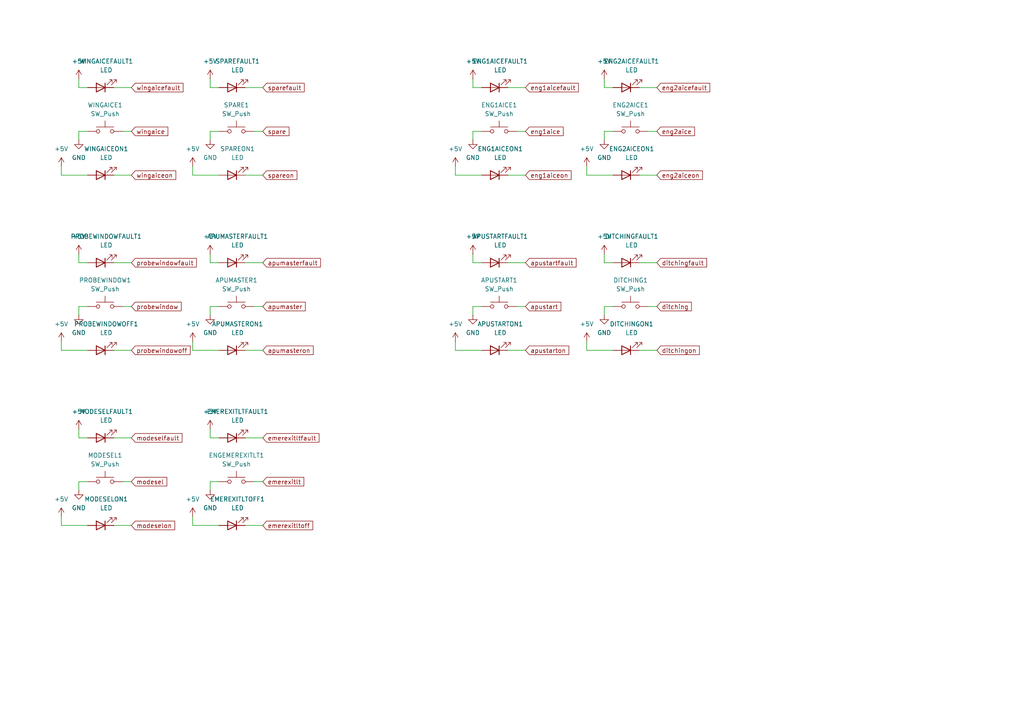
<source format=kicad_sch>
(kicad_sch (version 20231120) (generator "eeschema") (generator_version "8.0")
  (paper "A4")
  (lib_symbols
    (symbol "Device:LED" (pin_numbers hide) (pin_names (offset 1.016) hide)
      (property "Reference" "D" (at 0 2.54 0))
      (property "Value" "LED" (at 0 -2.54 0))
      (symbol "LED_0_1"
        (polyline (pts (xy -1.27 -1.27) (xy -1.27 1.27)) (stroke (width 0.254)))
        (polyline (pts (xy -1.27 0) (xy 1.27 0)))
        (polyline (pts (xy 1.27 -1.27) (xy 1.27 1.27) (xy -1.27 0) (xy 1.27 -1.27)) (stroke (width 0.254)))
        (polyline (pts (xy -3.048 -0.762) (xy -4.572 -2.286) (xy -3.81 -2.286) (xy -4.572 -2.286) (xy -4.572 -1.524)))
        (polyline (pts (xy -1.778 -0.762) (xy -3.302 -2.286) (xy -2.54 -2.286) (xy -3.302 -2.286) (xy -3.302 -1.524)))
      )
      (symbol "LED_1_1"
        (pin passive line (at -3.81 0 0) (length 2.54) (name "K") (number "1"))
        (pin passive line (at 3.81 0 180) (length 2.54) (name "A") (number "2"))
      )
    )
    (symbol "Switch:SW_Push" (pin_numbers hide) (pin_names (offset 1.016) hide)
      (property "Reference" "SW" (at 1.27 2.54 0))
      (property "Value" "SW_Push" (at 0 -1.524 0))
      (symbol "SW_Push_0_1"
        (circle (center -2.032 0) (radius 0.508))
        (polyline (pts (xy 0 1.27) (xy 0 3.048)))
        (polyline (pts (xy 2.54 1.27) (xy -2.54 1.27)))
        (circle (center 2.032 0) (radius 0.508))
        (pin passive line (at -5.08 0 0) (length 2.54) (name "1") (number "1"))
        (pin passive line (at 5.08 0 180) (length 2.54) (name "2") (number "2"))
      )
    )
    (symbol "power:+5V" (power) (pin_numbers hide) (pin_names (offset 0) hide)
      (property "Value" "+5V" (at 0 3.556 0))
      (symbol "+5V_0_1"
        (polyline (pts (xy -0.762 1.27) (xy 0 2.54)))
        (polyline (pts (xy 0 0) (xy 0 2.54)))
        (polyline (pts (xy 0 2.54) (xy 0.762 1.27)))
      )
      (symbol "+5V_1_1"
        (pin power_in line (at 0 0 90) (length 0) (name "~") (number "1"))
      )
    )
    (symbol "power:GND" (power) (pin_numbers hide) (pin_names (offset 0) hide)
      (property "Value" "GND" (at 0 -3.81 0))
      (symbol "GND_0_1"
        (polyline (pts (xy 0 0) (xy 0 -1.27) (xy 1.27 -1.27) (xy 0 -2.54) (xy -1.27 -1.27) (xy 0 -1.27)))
      )
      (symbol "GND_1_1"
        (pin power_in line (at 0 0 270) (length 0) (name "~") (number "1"))
      )
    )
  )
  (wire (pts (xy 60.96 88.9) (xy 60.96 91.44)))
  (wire (pts (xy 73.66 88.9) (xy 76.2 88.9)))
  (wire (pts (xy 137.16 25.4) (xy 137.16 22.86)))
  (wire (pts (xy 71.12 25.4) (xy 76.2 25.4)))
  (wire (pts (xy 147.32 25.4) (xy 152.4 25.4)))
  (wire (pts (xy 185.42 76.2) (xy 190.5 76.2)))
  (wire (pts (xy 25.4 139.7) (xy 22.86 139.7)))
  (wire (pts (xy 185.42 101.6) (xy 190.5 101.6)))
  (wire (pts (xy 139.7 50.8) (xy 132.08 50.8)))
  (wire (pts (xy 147.32 50.8) (xy 152.4 50.8)))
  (wire (pts (xy 132.08 50.8) (xy 132.08 48.26)))
  (wire (pts (xy 25.4 88.9) (xy 22.86 88.9)))
  (wire (pts (xy 63.5 152.4) (xy 55.88 152.4)))
  (wire (pts (xy 35.56 38.1) (xy 38.1 38.1)))
  (wire (pts (xy 17.78 101.6) (xy 17.78 99.06)))
  (wire (pts (xy 185.42 50.8) (xy 190.5 50.8)))
  (wire (pts (xy 71.12 152.4) (xy 76.2 152.4)))
  (wire (pts (xy 25.4 25.4) (xy 22.86 25.4)))
  (wire (pts (xy 71.12 50.8) (xy 76.2 50.8)))
  (wire (pts (xy 71.12 76.2) (xy 76.2 76.2)))
  (wire (pts (xy 55.88 50.8) (xy 55.88 48.26)))
  (wire (pts (xy 175.26 88.9) (xy 175.26 91.44)))
  (wire (pts (xy 55.88 101.6) (xy 55.88 99.06)))
  (wire (pts (xy 22.86 88.9) (xy 22.86 91.44)))
  (wire (pts (xy 137.16 38.1) (xy 137.16 40.64)))
  (wire (pts (xy 185.42 25.4) (xy 190.5 25.4)))
  (wire (pts (xy 187.96 38.1) (xy 190.5 38.1)))
  (wire (pts (xy 33.02 152.4) (xy 38.1 152.4)))
  (wire (pts (xy 147.32 76.2) (xy 152.4 76.2)))
  (wire (pts (xy 22.86 139.7) (xy 22.86 142.24)))
  (wire (pts (xy 33.02 127) (xy 38.1 127)))
  (wire (pts (xy 63.5 101.6) (xy 55.88 101.6)))
  (wire (pts (xy 149.86 38.1) (xy 152.4 38.1)))
  (wire (pts (xy 139.7 25.4) (xy 137.16 25.4)))
  (wire (pts (xy 35.56 139.7) (xy 38.1 139.7)))
  (wire (pts (xy 137.16 76.2) (xy 137.16 73.66)))
  (wire (pts (xy 60.96 25.4) (xy 60.96 22.86)))
  (wire (pts (xy 139.7 76.2) (xy 137.16 76.2)))
  (wire (pts (xy 33.02 76.2) (xy 38.1 76.2)))
  (wire (pts (xy 170.18 50.8) (xy 170.18 48.26)))
  (wire (pts (xy 175.26 76.2) (xy 175.26 73.66)))
  (wire (pts (xy 25.4 50.8) (xy 17.78 50.8)))
  (wire (pts (xy 60.96 38.1) (xy 60.96 40.64)))
  (wire (pts (xy 25.4 38.1) (xy 22.86 38.1)))
  (wire (pts (xy 187.96 88.9) (xy 190.5 88.9)))
  (wire (pts (xy 73.66 139.7) (xy 76.2 139.7)))
  (wire (pts (xy 177.8 76.2) (xy 175.26 76.2)))
  (wire (pts (xy 177.8 101.6) (xy 170.18 101.6)))
  (wire (pts (xy 175.26 25.4) (xy 175.26 22.86)))
  (wire (pts (xy 177.8 88.9) (xy 175.26 88.9)))
  (wire (pts (xy 63.5 88.9) (xy 60.96 88.9)))
  (wire (pts (xy 63.5 50.8) (xy 55.88 50.8)))
  (wire (pts (xy 177.8 38.1) (xy 175.26 38.1)))
  (wire (pts (xy 175.26 38.1) (xy 175.26 40.64)))
  (wire (pts (xy 25.4 127) (xy 22.86 127)))
  (wire (pts (xy 33.02 101.6) (xy 38.1 101.6)))
  (wire (pts (xy 22.86 25.4) (xy 22.86 22.86)))
  (wire (pts (xy 147.32 101.6) (xy 152.4 101.6)))
  (wire (pts (xy 63.5 38.1) (xy 60.96 38.1)))
  (wire (pts (xy 63.5 127) (xy 60.96 127)))
  (wire (pts (xy 25.4 152.4) (xy 17.78 152.4)))
  (wire (pts (xy 35.56 88.9) (xy 38.1 88.9)))
  (wire (pts (xy 60.96 76.2) (xy 60.96 73.66)))
  (wire (pts (xy 139.7 88.9) (xy 137.16 88.9)))
  (wire (pts (xy 63.5 76.2) (xy 60.96 76.2)))
  (wire (pts (xy 22.86 76.2) (xy 22.86 73.66)))
  (wire (pts (xy 149.86 88.9) (xy 152.4 88.9)))
  (wire (pts (xy 22.86 127) (xy 22.86 124.46)))
  (wire (pts (xy 132.08 101.6) (xy 132.08 99.06)))
  (wire (pts (xy 33.02 50.8) (xy 38.1 50.8)))
  (wire (pts (xy 33.02 25.4) (xy 38.1 25.4)))
  (wire (pts (xy 25.4 76.2) (xy 22.86 76.2)))
  (wire (pts (xy 177.8 25.4) (xy 175.26 25.4)))
  (wire (pts (xy 17.78 50.8) (xy 17.78 48.26)))
  (wire (pts (xy 60.96 139.7) (xy 60.96 142.24)))
  (wire (pts (xy 139.7 38.1) (xy 137.16 38.1)))
  (wire (pts (xy 139.7 101.6) (xy 132.08 101.6)))
  (wire (pts (xy 60.96 127) (xy 60.96 124.46)))
  (wire (pts (xy 25.4 101.6) (xy 17.78 101.6)))
  (wire (pts (xy 71.12 101.6) (xy 76.2 101.6)))
  (wire (pts (xy 71.12 127) (xy 76.2 127)))
  (wire (pts (xy 55.88 152.4) (xy 55.88 149.86)))
  (wire (pts (xy 177.8 50.8) (xy 170.18 50.8)))
  (wire (pts (xy 17.78 152.4) (xy 17.78 149.86)))
  (wire (pts (xy 73.66 38.1) (xy 76.2 38.1)))
  (wire (pts (xy 137.16 88.9) (xy 137.16 91.44)))
  (wire (pts (xy 22.86 38.1) (xy 22.86 40.64)))
  (wire (pts (xy 63.5 25.4) (xy 60.96 25.4)))
  (wire (pts (xy 63.5 139.7) (xy 60.96 139.7)))
  (wire (pts (xy 170.18 101.6) (xy 170.18 99.06)))
  (global_label "wingaicefault" (shape input) (at 38.1 25.4 0) (property "Intersheetrefs" "${INTERSHEET_REFS}" (effects (hide yes))))
  (global_label "ditchingon" (shape input) (at 190.5 101.6 0) (property "Intersheetrefs" "${INTERSHEET_REFS}" (effects (hide yes))))
  (global_label "modeselfault" (shape input) (at 38.1 127 0) (property "Intersheetrefs" "${INTERSHEET_REFS}" (effects (hide yes))))
  (global_label "eng1aicefault" (shape input) (at 152.4 25.4 0) (property "Intersheetrefs" "${INTERSHEET_REFS}" (effects (hide yes))))
  (global_label "sparefault" (shape input) (at 76.2 25.4 0) (property "Intersheetrefs" "${INTERSHEET_REFS}" (effects (hide yes))))
  (global_label "emerexitlt" (shape input) (at 76.2 139.7 0) (property "Intersheetrefs" "${INTERSHEET_REFS}" (effects (hide yes))))
  (global_label "ditchingfault" (shape input) (at 190.5 76.2 0) (property "Intersheetrefs" "${INTERSHEET_REFS}" (effects (hide yes))))
  (global_label "modesel" (shape input) (at 38.1 139.7 0) (property "Intersheetrefs" "${INTERSHEET_REFS}" (effects (hide yes))))
  (global_label "eng2aice" (shape input) (at 190.5 38.1 0) (property "Intersheetrefs" "${INTERSHEET_REFS}" (effects (hide yes))))
  (global_label "spareon" (shape input) (at 76.2 50.8 0) (property "Intersheetrefs" "${INTERSHEET_REFS}" (effects (hide yes))))
  (global_label "probewindowfault" (shape input) (at 38.1 76.2 0) (property "Intersheetrefs" "${INTERSHEET_REFS}" (effects (hide yes))))
  (global_label "apumasteron" (shape input) (at 76.2 101.6 0) (property "Intersheetrefs" "${INTERSHEET_REFS}" (effects (hide yes))))
  (global_label "eng2aiceon" (shape input) (at 190.5 50.8 0) (property "Intersheetrefs" "${INTERSHEET_REFS}" (effects (hide yes))))
  (global_label "apustart" (shape input) (at 152.4 88.9 0) (property "Intersheetrefs" "${INTERSHEET_REFS}" (effects (hide yes))))
  (global_label "wingaice" (shape input) (at 38.1 38.1 0) (property "Intersheetrefs" "${INTERSHEET_REFS}" (effects (hide yes))))
  (global_label "spare" (shape input) (at 76.2 38.1 0) (property "Intersheetrefs" "${INTERSHEET_REFS}" (effects (hide yes))))
  (global_label "eng2aicefault" (shape input) (at 190.5 25.4 0) (property "Intersheetrefs" "${INTERSHEET_REFS}" (effects (hide yes))))
  (global_label "apustarton" (shape input) (at 152.4 101.6 0) (property "Intersheetrefs" "${INTERSHEET_REFS}" (effects (hide yes))))
  (global_label "apumaster" (shape input) (at 76.2 88.9 0) (property "Intersheetrefs" "${INTERSHEET_REFS}" (effects (hide yes))))
  (global_label "emerexitltoff" (shape input) (at 76.2 152.4 0) (property "Intersheetrefs" "${INTERSHEET_REFS}" (effects (hide yes))))
  (global_label "wingaiceon" (shape input) (at 38.1 50.8 0) (property "Intersheetrefs" "${INTERSHEET_REFS}" (effects (hide yes))))
  (global_label "eng1aice" (shape input) (at 152.4 38.1 0) (property "Intersheetrefs" "${INTERSHEET_REFS}" (effects (hide yes))))
  (global_label "probewindow" (shape input) (at 38.1 88.9 0) (property "Intersheetrefs" "${INTERSHEET_REFS}" (effects (hide yes))))
  (global_label "apustartfault" (shape input) (at 152.4 76.2 0) (property "Intersheetrefs" "${INTERSHEET_REFS}" (effects (hide yes))))
  (global_label "emerexitltfault" (shape input) (at 76.2 127 0) (property "Intersheetrefs" "${INTERSHEET_REFS}" (effects (hide yes))))
  (global_label "probewindowoff" (shape input) (at 38.1 101.6 0) (property "Intersheetrefs" "${INTERSHEET_REFS}" (effects (hide yes))))
  (global_label "modeselon" (shape input) (at 38.1 152.4 0) (property "Intersheetrefs" "${INTERSHEET_REFS}" (effects (hide yes))))
  (global_label "eng1aiceon" (shape input) (at 152.4 50.8 0) (property "Intersheetrefs" "${INTERSHEET_REFS}" (effects (hide yes))))
  (global_label "ditching" (shape input) (at 190.5 88.9 0) (property "Intersheetrefs" "${INTERSHEET_REFS}" (effects (hide yes))))
  (global_label "apumasterfault" (shape input) (at 76.2 76.2 0) (property "Intersheetrefs" "${INTERSHEET_REFS}" (effects (hide yes))))
  (symbol (lib_id "Device:LED") (at 29.21 76.2 180) (unit 1) (on_board no)
    (property "Reference" "PROBEWINDOWFAULT1" (at 30.7975 68.58 0))
    (property "Value" "LED" (at 30.7975 71.12 0))
    (property "Description" "Light emitting diode" (effects (hide yes)))
  )
  (symbol (lib_id "Device:LED") (at 143.51 76.2 180) (unit 1) (on_board no)
    (property "Reference" "APUSTARTFAULT1" (at 145.0975 68.58 0))
    (property "Value" "LED" (at 145.0975 71.12 0))
    (property "Description" "Light emitting diode" (effects (hide yes)))
  )
  (symbol (lib_id "power:+5V") (at 137.16 22.86 0) (unit 1)
    (property "Reference" "#PWR057" (effects (hide yes)))
    (property "Value" "+5V" (at 137.16 17.78 0))
    (property "Description" "Power symbol creates a global label with name \"+5V\"" (effects (hide yes)))
  )
  (symbol (lib_id "Device:LED") (at 67.31 76.2 180) (unit 1) (on_board no)
    (property "Reference" "APUMASTERFAULT1" (at 68.8975 68.58 0))
    (property "Value" "LED" (at 68.8975 71.12 0))
    (property "Description" "Light emitting diode" (effects (hide yes)))
  )
  (symbol (lib_id "Device:LED") (at 29.21 152.4 180) (unit 1) (on_board no)
    (property "Reference" "MODESELON1" (at 30.7975 144.78 0))
    (property "Value" "LED" (at 30.7975 147.32 0))
    (property "Description" "Light emitting diode" (effects (hide yes)))
  )
  (symbol (lib_id "Device:LED") (at 29.21 127 180) (unit 1) (on_board no)
    (property "Reference" "MODESELFAULT1" (at 30.7975 119.38 0))
    (property "Value" "LED" (at 30.7975 121.92 0))
    (property "Description" "Light emitting diode" (effects (hide yes)))
  )
  (symbol (lib_id "power:+5V") (at 60.96 124.46 0) (unit 1)
    (property "Reference" "#PWR053" (effects (hide yes)))
    (property "Value" "+5V" (at 60.96 119.38 0))
    (property "Description" "Power symbol creates a global label with name \"+5V\"" (effects (hide yes)))
  )
  (symbol (lib_id "Device:LED") (at 67.31 101.6 180) (unit 1) (on_board no)
    (property "Reference" "APUMASTERON1" (at 68.8975 93.98 0))
    (property "Value" "LED" (at 68.8975 96.52 0))
    (property "Description" "Light emitting diode" (effects (hide yes)))
  )
  (symbol (lib_id "power:+5V") (at 17.78 48.26 0) (unit 1)
    (property "Reference" "#PWR037" (effects (hide yes)))
    (property "Value" "+5V" (at 17.78 43.18 0))
    (property "Description" "Power symbol creates a global label with name \"+5V\"" (effects (hide yes)))
  )
  (symbol (lib_id "power:GND") (at 22.86 40.64 0) (unit 1)
    (property "Reference" "#PWR041" (effects (hide yes)))
    (property "Value" "GND" (at 22.86 45.72 0))
    (property "Description" "Power symbol creates a global label with name \"GND\" , ground" (effects (hide yes)))
  )
  (symbol (lib_id "power:+5V") (at 22.86 124.46 0) (unit 1)
    (property "Reference" "#PWR044" (effects (hide yes)))
    (property "Value" "+5V" (at 22.86 119.38 0))
    (property "Description" "Power symbol creates a global label with name \"+5V\"" (effects (hide yes)))
  )
  (symbol (lib_id "Device:LED") (at 143.51 50.8 180) (unit 1) (on_board no)
    (property "Reference" "ENG1AICEON1" (at 145.0975 43.18 0))
    (property "Value" "LED" (at 145.0975 45.72 0))
    (property "Description" "Light emitting diode" (effects (hide yes)))
  )
  (symbol (lib_id "power:+5V") (at 55.88 99.06 0) (unit 1)
    (property "Reference" "#PWR047" (effects (hide yes)))
    (property "Value" "+5V" (at 55.88 93.98 0))
    (property "Description" "Power symbol creates a global label with name \"+5V\"" (effects (hide yes)))
  )
  (symbol (lib_id "power:+5V") (at 60.96 22.86 0) (unit 1)
    (property "Reference" "#PWR049" (effects (hide yes)))
    (property "Value" "+5V" (at 60.96 17.78 0))
    (property "Description" "Power symbol creates a global label with name \"+5V\"" (effects (hide yes)))
  )
  (symbol (lib_id "Switch:SW_Push") (at 182.88 38.1 0) (unit 1) (on_board no)
    (property "Reference" "ENG2AICE1" (at 182.88 30.48 0))
    (property "Value" "SW_Push" (at 182.88 33.02 0))
    (property "Description" "Push button switch, generic, two pins" (effects (hide yes)))
  )
  (symbol (lib_id "power:GND") (at 22.86 91.44 0) (unit 1)
    (property "Reference" "#PWR043" (effects (hide yes)))
    (property "Value" "GND" (at 22.86 96.52 0))
    (property "Description" "Power symbol creates a global label with name \"GND\" , ground" (effects (hide yes)))
  )
  (symbol (lib_id "power:GND") (at 137.16 91.44 0) (unit 1)
    (property "Reference" "#PWR060" (effects (hide yes)))
    (property "Value" "GND" (at 137.16 96.52 0))
    (property "Description" "Power symbol creates a global label with name \"GND\" , ground" (effects (hide yes)))
  )
  (symbol (lib_id "power:GND") (at 22.86 142.24 0) (unit 1)
    (property "Reference" "#PWR045" (effects (hide yes)))
    (property "Value" "GND" (at 22.86 147.32 0))
    (property "Description" "Power symbol creates a global label with name \"GND\" , ground" (effects (hide yes)))
  )
  (symbol (lib_id "Device:LED") (at 29.21 25.4 180) (unit 1) (on_board no)
    (property "Reference" "WINGAICEFAULT1" (at 30.7975 17.78 0))
    (property "Value" "LED" (at 30.7975 20.32 0))
    (property "Description" "Light emitting diode" (effects (hide yes)))
  )
  (symbol (lib_id "Switch:SW_Push") (at 144.78 38.1 0) (unit 1) (on_board no)
    (property "Reference" "ENG1AICE1" (at 144.78 30.48 0))
    (property "Value" "SW_Push" (at 144.78 33.02 0))
    (property "Description" "Push button switch, generic, two pins" (effects (hide yes)))
  )
  (symbol (lib_id "Switch:SW_Push") (at 182.88 88.9 0) (unit 1) (on_board no)
    (property "Reference" "DITCHING1" (at 182.88 81.28 0))
    (property "Value" "SW_Push" (at 182.88 83.82 0))
    (property "Description" "Push button switch, generic, two pins" (effects (hide yes)))
  )
  (symbol (lib_id "power:GND") (at 60.96 40.64 0) (unit 1)
    (property "Reference" "#PWR050" (effects (hide yes)))
    (property "Value" "GND" (at 60.96 45.72 0))
    (property "Description" "Power symbol creates a global label with name \"GND\" , ground" (effects (hide yes)))
  )
  (symbol (lib_id "power:+5V") (at 175.26 22.86 0) (unit 1)
    (property "Reference" "#PWR063" (effects (hide yes)))
    (property "Value" "+5V" (at 175.26 17.78 0))
    (property "Description" "Power symbol creates a global label with name \"+5V\"" (effects (hide yes)))
  )
  (symbol (lib_id "power:GND") (at 175.26 40.64 0) (unit 1)
    (property "Reference" "#PWR064" (effects (hide yes)))
    (property "Value" "GND" (at 175.26 45.72 0))
    (property "Description" "Power symbol creates a global label with name \"GND\" , ground" (effects (hide yes)))
  )
  (symbol (lib_id "Device:LED") (at 181.61 76.2 180) (unit 1) (on_board no)
    (property "Reference" "DITCHINGFAULT1" (at 183.1975 68.58 0))
    (property "Value" "LED" (at 183.1975 71.12 0))
    (property "Description" "Light emitting diode" (effects (hide yes)))
  )
  (symbol (lib_id "Device:LED") (at 67.31 25.4 180) (unit 1) (on_board no)
    (property "Reference" "SPAREFAULT1" (at 68.8975 17.78 0))
    (property "Value" "LED" (at 68.8975 20.32 0))
    (property "Description" "Light emitting diode" (effects (hide yes)))
  )
  (symbol (lib_id "power:GND") (at 175.26 91.44 0) (unit 1)
    (property "Reference" "#PWR066" (effects (hide yes)))
    (property "Value" "GND" (at 175.26 96.52 0))
    (property "Description" "Power symbol creates a global label with name \"GND\" , ground" (effects (hide yes)))
  )
  (symbol (lib_id "Device:LED") (at 181.61 25.4 180) (unit 1) (on_board no)
    (property "Reference" "ENG2AICEFAULT1" (at 183.1975 17.78 0))
    (property "Value" "LED" (at 183.1975 20.32 0))
    (property "Description" "Light emitting diode" (effects (hide yes)))
  )
  (symbol (lib_id "power:+5V") (at 22.86 73.66 0) (unit 1)
    (property "Reference" "#PWR042" (effects (hide yes)))
    (property "Value" "+5V" (at 22.86 68.58 0))
    (property "Description" "Power symbol creates a global label with name \"+5V\"" (effects (hide yes)))
  )
  (symbol (lib_id "Switch:SW_Push") (at 144.78 88.9 0) (unit 1) (on_board no)
    (property "Reference" "APUSTART1" (at 144.78 81.28 0))
    (property "Value" "SW_Push" (at 144.78 83.82 0))
    (property "Description" "Push button switch, generic, two pins" (effects (hide yes)))
  )
  (symbol (lib_id "power:+5V") (at 17.78 99.06 0) (unit 1)
    (property "Reference" "#PWR038" (effects (hide yes)))
    (property "Value" "+5V" (at 17.78 93.98 0))
    (property "Description" "Power symbol creates a global label with name \"+5V\"" (effects (hide yes)))
  )
  (symbol (lib_id "Switch:SW_Push") (at 30.48 38.1 0) (unit 1) (on_board no)
    (property "Reference" "WINGAICE1" (at 30.48 30.48 0))
    (property "Value" "SW_Push" (at 30.48 33.02 0))
    (property "Description" "Push button switch, generic, two pins" (effects (hide yes)))
  )
  (symbol (lib_id "power:+5V") (at 17.78 149.86 0) (unit 1)
    (property "Reference" "#PWR039" (effects (hide yes)))
    (property "Value" "+5V" (at 17.78 144.78 0))
    (property "Description" "Power symbol creates a global label with name \"+5V\"" (effects (hide yes)))
  )
  (symbol (lib_id "power:+5V") (at 22.86 22.86 0) (unit 1)
    (property "Reference" "#PWR040" (effects (hide yes)))
    (property "Value" "+5V" (at 22.86 17.78 0))
    (property "Description" "Power symbol creates a global label with name \"+5V\"" (effects (hide yes)))
  )
  (symbol (lib_id "Device:LED") (at 29.21 50.8 180) (unit 1) (on_board no)
    (property "Reference" "WINGAICEON1" (at 30.7975 43.18 0))
    (property "Value" "LED" (at 30.7975 45.72 0))
    (property "Description" "Light emitting diode" (effects (hide yes)))
  )
  (symbol (lib_id "power:GND") (at 60.96 91.44 0) (unit 1)
    (property "Reference" "#PWR052" (effects (hide yes)))
    (property "Value" "GND" (at 60.96 96.52 0))
    (property "Description" "Power symbol creates a global label with name \"GND\" , ground" (effects (hide yes)))
  )
  (symbol (lib_id "Switch:SW_Push") (at 30.48 88.9 0) (unit 1) (on_board no)
    (property "Reference" "PROBEWINDOW1" (at 30.48 81.28 0))
    (property "Value" "SW_Push" (at 30.48 83.82 0))
    (property "Description" "Push button switch, generic, two pins" (effects (hide yes)))
  )
  (symbol (lib_id "Device:LED") (at 181.61 101.6 180) (unit 1) (on_board no)
    (property "Reference" "DITCHINGON1" (at 183.1975 93.98 0))
    (property "Value" "LED" (at 183.1975 96.52 0))
    (property "Description" "Light emitting diode" (effects (hide yes)))
  )
  (symbol (lib_id "Device:LED") (at 67.31 127 180) (unit 1) (on_board no)
    (property "Reference" "EMEREXITLTFAULT1" (at 68.8975 119.38 0))
    (property "Value" "LED" (at 68.8975 121.92 0))
    (property "Description" "Light emitting diode" (effects (hide yes)))
  )
  (symbol (lib_id "power:+5V") (at 170.18 99.06 0) (unit 1)
    (property "Reference" "#PWR062" (effects (hide yes)))
    (property "Value" "+5V" (at 170.18 93.98 0))
    (property "Description" "Power symbol creates a global label with name \"+5V\"" (effects (hide yes)))
  )
  (symbol (lib_id "power:+5V") (at 175.26 73.66 0) (unit 1)
    (property "Reference" "#PWR065" (effects (hide yes)))
    (property "Value" "+5V" (at 175.26 68.58 0))
    (property "Description" "Power symbol creates a global label with name \"+5V\"" (effects (hide yes)))
  )
  (symbol (lib_id "Device:LED") (at 181.61 50.8 180) (unit 1) (on_board no)
    (property "Reference" "ENG2AICEON1" (at 183.1975 43.18 0))
    (property "Value" "LED" (at 183.1975 45.72 0))
    (property "Description" "Light emitting diode" (effects (hide yes)))
  )
  (symbol (lib_id "power:+5V") (at 170.18 48.26 0) (unit 1)
    (property "Reference" "#PWR061" (effects (hide yes)))
    (property "Value" "+5V" (at 170.18 43.18 0))
    (property "Description" "Power symbol creates a global label with name \"+5V\"" (effects (hide yes)))
  )
  (symbol (lib_id "Device:LED") (at 29.21 101.6 180) (unit 1) (on_board no)
    (property "Reference" "PROBEWINDOWOFF1" (at 30.7975 93.98 0))
    (property "Value" "LED" (at 30.7975 96.52 0))
    (property "Description" "Light emitting diode" (effects (hide yes)))
  )
  (symbol (lib_id "power:+5V") (at 55.88 149.86 0) (unit 1)
    (property "Reference" "#PWR048" (effects (hide yes)))
    (property "Value" "+5V" (at 55.88 144.78 0))
    (property "Description" "Power symbol creates a global label with name \"+5V\"" (effects (hide yes)))
  )
  (symbol (lib_id "power:+5V") (at 137.16 73.66 0) (unit 1)
    (property "Reference" "#PWR059" (effects (hide yes)))
    (property "Value" "+5V" (at 137.16 68.58 0))
    (property "Description" "Power symbol creates a global label with name \"+5V\"" (effects (hide yes)))
  )
  (symbol (lib_id "Device:LED") (at 143.51 25.4 180) (unit 1) (on_board no)
    (property "Reference" "ENG1AICEFAULT1" (at 145.0975 17.78 0))
    (property "Value" "LED" (at 145.0975 20.32 0))
    (property "Description" "Light emitting diode" (effects (hide yes)))
  )
  (symbol (lib_id "Switch:SW_Push") (at 30.48 139.7 0) (unit 1) (on_board no)
    (property "Reference" "MODESEL1" (at 30.48 132.08 0))
    (property "Value" "SW_Push" (at 30.48 134.62 0))
    (property "Description" "Push button switch, generic, two pins" (effects (hide yes)))
  )
  (symbol (lib_id "power:GND") (at 60.96 142.24 0) (unit 1)
    (property "Reference" "#PWR054" (effects (hide yes)))
    (property "Value" "GND" (at 60.96 147.32 0))
    (property "Description" "Power symbol creates a global label with name \"GND\" , ground" (effects (hide yes)))
  )
  (symbol (lib_id "Switch:SW_Push") (at 68.58 88.9 0) (unit 1) (on_board no)
    (property "Reference" "APUMASTER1" (at 68.58 81.28 0))
    (property "Value" "SW_Push" (at 68.58 83.82 0))
    (property "Description" "Push button switch, generic, two pins" (effects (hide yes)))
  )
  (symbol (lib_id "Switch:SW_Push") (at 68.58 139.7 0) (unit 1) (on_board no)
    (property "Reference" "ENGEMEREXITLT1" (at 68.58 132.08 0))
    (property "Value" "SW_Push" (at 68.58 134.62 0))
    (property "Description" "Push button switch, generic, two pins" (effects (hide yes)))
  )
  (symbol (lib_id "power:+5V") (at 132.08 99.06 0) (unit 1)
    (property "Reference" "#PWR056" (effects (hide yes)))
    (property "Value" "+5V" (at 132.08 93.98 0))
    (property "Description" "Power symbol creates a global label with name \"+5V\"" (effects (hide yes)))
  )
  (symbol (lib_id "power:+5V") (at 132.08 48.26 0) (unit 1)
    (property "Reference" "#PWR055" (effects (hide yes)))
    (property "Value" "+5V" (at 132.08 43.18 0))
    (property "Description" "Power symbol creates a global label with name \"+5V\"" (effects (hide yes)))
  )
  (symbol (lib_id "power:GND") (at 137.16 40.64 0) (unit 1)
    (property "Reference" "#PWR058" (effects (hide yes)))
    (property "Value" "GND" (at 137.16 45.72 0))
    (property "Description" "Power symbol creates a global label with name \"GND\" , ground" (effects (hide yes)))
  )
  (symbol (lib_id "Device:LED") (at 67.31 152.4 180) (unit 1) (on_board no)
    (property "Reference" "EMEREXITLTOFF1" (at 68.8975 144.78 0))
    (property "Value" "LED" (at 68.8975 147.32 0))
    (property "Description" "Light emitting diode" (effects (hide yes)))
  )
  (symbol (lib_id "Device:LED") (at 143.51 101.6 180) (unit 1) (on_board no)
    (property "Reference" "APUSTARTON1" (at 145.0975 93.98 0))
    (property "Value" "LED" (at 145.0975 96.52 0))
    (property "Description" "Light emitting diode" (effects (hide yes)))
  )
  (symbol (lib_id "Switch:SW_Push") (at 68.58 38.1 0) (unit 1) (on_board no)
    (property "Reference" "SPARE1" (at 68.58 30.48 0))
    (property "Value" "SW_Push" (at 68.58 33.02 0))
    (property "Description" "Push button switch, generic, two pins" (effects (hide yes)))
  )
  (symbol (lib_id "Device:LED") (at 67.31 50.8 180) (unit 1) (on_board no)
    (property "Reference" "SPAREON1" (at 68.8975 43.18 0))
    (property "Value" "LED" (at 68.8975 45.72 0))
    (property "Description" "Light emitting diode" (effects (hide yes)))
  )
  (symbol (lib_id "power:+5V") (at 55.88 48.26 0) (unit 1)
    (property "Reference" "#PWR046" (effects (hide yes)))
    (property "Value" "+5V" (at 55.88 43.18 0))
    (property "Description" "Power symbol creates a global label with name \"+5V\"" (effects (hide yes)))
  )
  (symbol (lib_id "power:+5V") (at 60.96 73.66 0) (unit 1)
    (property "Reference" "#PWR051" (effects (hide yes)))
    (property "Value" "+5V" (at 60.96 68.58 0))
    (property "Description" "Power symbol creates a global label with name \"+5V\"" (effects (hide yes)))
  )
)
</source>
